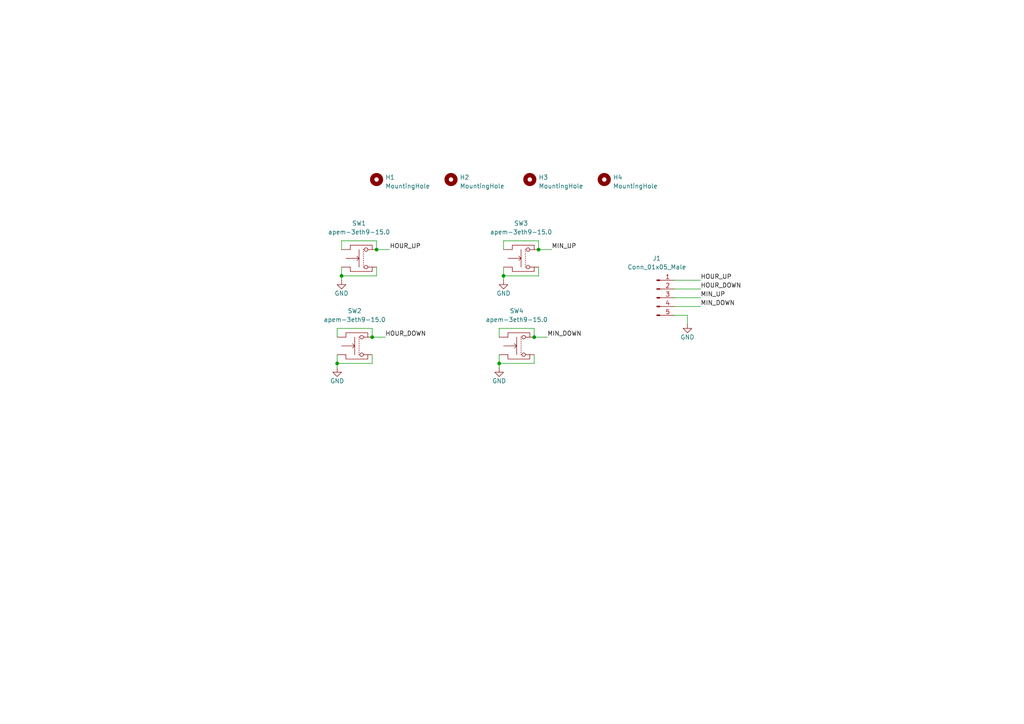
<source format=kicad_sch>
(kicad_sch (version 20220126) (generator eeschema)
  (paper "A4")
  (lib_symbols
    (symbol "Connector:Conn_01x05_Male" (pin_names (offset 1.016) hide)
      (property "Reference" "J" (at 0 7.62 0))
      (property "Value" "Conn_01x05_Male" (at 0 -7.62 0))
      (symbol "Conn_01x05_Male_1_1"
        (polyline (pts (xy 1.27 -5.08) (xy 0.8636 -5.08)) (stroke (width 0.1524)))
        (polyline (pts (xy 1.27 -2.54) (xy 0.8636 -2.54)) (stroke (width 0.1524)))
        (polyline (pts (xy 1.27 0) (xy 0.8636 0)) (stroke (width 0.1524)))
        (polyline (pts (xy 1.27 2.54) (xy 0.8636 2.54)) (stroke (width 0.1524)))
        (polyline (pts (xy 1.27 5.08) (xy 0.8636 5.08)) (stroke (width 0.1524)))
        (rectangle (start 0.8636 -4.953) (end 0 -5.207) (stroke (width 0.1524)) (fill (type outline)))
        (rectangle (start 0.8636 -2.413) (end 0 -2.667) (stroke (width 0.1524)) (fill (type outline)))
        (rectangle (start 0.8636 0.127) (end 0 -0.127) (stroke (width 0.1524)) (fill (type outline)))
        (rectangle (start 0.8636 2.667) (end 0 2.413) (stroke (width 0.1524)) (fill (type outline)))
        (rectangle (start 0.8636 5.207) (end 0 4.953) (stroke (width 0.1524)) (fill (type outline)))
        (pin passive line (at 5.08 5.08 180) (length 3.81) (name "Pin_1") (number "1"))
        (pin passive line (at 5.08 2.54 180) (length 3.81) (name "Pin_2") (number "2"))
        (pin passive line (at 5.08 0 180) (length 3.81) (name "Pin_3") (number "3"))
        (pin passive line (at 5.08 -2.54 180) (length 3.81) (name "Pin_4") (number "4"))
        (pin passive line (at 5.08 -5.08 180) (length 3.81) (name "Pin_5") (number "5"))
      )
    )
    (symbol "Mechanical:MountingHole" (pin_names (offset 1.016))
      (property "Reference" "H" (at 0 5.08 0))
      (property "Value" "MountingHole" (at 0 3.175 0))
      (symbol "MountingHole_0_1"
        (circle (center 0 0) (radius 1.27) (stroke (width 1.27)))
      )
    )
    (symbol "apem-3eth9-15.0_1" (pin_numbers hide) (pin_names (offset 1.016) hide)
      (property "Reference" "SW" (at -0.635 4.445 0))
      (property "Value" "apem-3eth9-15.0_1" (at 0 -6.985 0))
      (symbol "apem-3eth9-15.0_1_0_1"
        (polyline (pts (xy 0 -1.27) (xy -3.81 -1.27)))
        (polyline (pts (xy 0 1.27) (xy 0 -3.81)))
        (polyline (pts (xy 1.27 -3.683) (xy 1.27 -3.937)))
        (polyline (pts (xy 1.27 -3.048) (xy 1.27 -3.302)))
        (polyline (pts (xy 1.27 -2.413) (xy 1.27 -2.667)))
        (polyline (pts (xy 1.27 -1.778) (xy 1.27 -2.032)))
        (polyline (pts (xy 1.27 -1.143) (xy 1.27 -1.397)))
        (polyline (pts (xy 1.27 -0.508) (xy 1.27 -0.762)))
        (polyline (pts (xy 1.27 0.127) (xy 1.27 -0.127)))
        (polyline (pts (xy 1.27 0.762) (xy 1.27 0.508)))
        (polyline (pts (xy 1.27 1.397) (xy 1.27 1.143)))
        (polyline (pts (xy -0.635 -0.635) (xy 0 -1.27) (xy -0.635 -1.905)))
        (polyline (pts (xy -2.54 -3.81) (xy -2.54 -5.08) (xy 3.81 -5.08) (xy 3.81 -3.81)))
        (polyline (pts (xy -2.54 1.27) (xy -2.54 2.54) (xy 3.81 2.54) (xy 3.81 1.27)))
        (circle (center 2.032 -3.81) (radius 0.508))
        (circle (center 2.032 1.27) (radius 0.508))
        (pin passive line (at 5.08 1.27 180) (length 2.54) (name "1") (number "1"))
        (pin passive line (at -5.08 1.27 0) (length 2.54) (name "2") (number "2"))
        (pin passive line (at 5.08 -3.81 180) (length 2.54) (name "3") (number "3"))
        (pin passive line (at -5.08 -3.81 0) (length 2.54) (name "4") (number "4"))
      )
    )
    (symbol "apem-3eth9-15.0_2" (pin_numbers hide) (pin_names (offset 1.016) hide)
      (property "Reference" "SW" (at -0.635 4.445 0))
      (property "Value" "apem-3eth9-15.0_2" (at 0 -6.985 0))
      (symbol "apem-3eth9-15.0_2_0_1"
        (polyline (pts (xy 0 -1.27) (xy -3.81 -1.27)))
        (polyline (pts (xy 0 1.27) (xy 0 -3.81)))
        (polyline (pts (xy 1.27 -3.683) (xy 1.27 -3.937)))
        (polyline (pts (xy 1.27 -3.048) (xy 1.27 -3.302)))
        (polyline (pts (xy 1.27 -2.413) (xy 1.27 -2.667)))
        (polyline (pts (xy 1.27 -1.778) (xy 1.27 -2.032)))
        (polyline (pts (xy 1.27 -1.143) (xy 1.27 -1.397)))
        (polyline (pts (xy 1.27 -0.508) (xy 1.27 -0.762)))
        (polyline (pts (xy 1.27 0.127) (xy 1.27 -0.127)))
        (polyline (pts (xy 1.27 0.762) (xy 1.27 0.508)))
        (polyline (pts (xy 1.27 1.397) (xy 1.27 1.143)))
        (polyline (pts (xy -0.635 -0.635) (xy 0 -1.27) (xy -0.635 -1.905)))
        (polyline (pts (xy -2.54 -3.81) (xy -2.54 -5.08) (xy 3.81 -5.08) (xy 3.81 -3.81)))
        (polyline (pts (xy -2.54 1.27) (xy -2.54 2.54) (xy 3.81 2.54) (xy 3.81 1.27)))
        (circle (center 2.032 -3.81) (radius 0.508))
        (circle (center 2.032 1.27) (radius 0.508))
        (pin passive line (at 5.08 1.27 180) (length 2.54) (name "1") (number "1"))
        (pin passive line (at -5.08 1.27 0) (length 2.54) (name "2") (number "2"))
        (pin passive line (at 5.08 -3.81 180) (length 2.54) (name "3") (number "3"))
        (pin passive line (at -5.08 -3.81 0) (length 2.54) (name "4") (number "4"))
      )
    )
    (symbol "apem-3eth9-15.0_3" (pin_numbers hide) (pin_names (offset 1.016) hide)
      (property "Reference" "SW" (at -0.635 4.445 0))
      (property "Value" "apem-3eth9-15.0_3" (at 0 -6.985 0))
      (symbol "apem-3eth9-15.0_3_0_1"
        (polyline (pts (xy 0 -1.27) (xy -3.81 -1.27)))
        (polyline (pts (xy 0 1.27) (xy 0 -3.81)))
        (polyline (pts (xy 1.27 -3.683) (xy 1.27 -3.937)))
        (polyline (pts (xy 1.27 -3.048) (xy 1.27 -3.302)))
        (polyline (pts (xy 1.27 -2.413) (xy 1.27 -2.667)))
        (polyline (pts (xy 1.27 -1.778) (xy 1.27 -2.032)))
        (polyline (pts (xy 1.27 -1.143) (xy 1.27 -1.397)))
        (polyline (pts (xy 1.27 -0.508) (xy 1.27 -0.762)))
        (polyline (pts (xy 1.27 0.127) (xy 1.27 -0.127)))
        (polyline (pts (xy 1.27 0.762) (xy 1.27 0.508)))
        (polyline (pts (xy 1.27 1.397) (xy 1.27 1.143)))
        (polyline (pts (xy -0.635 -0.635) (xy 0 -1.27) (xy -0.635 -1.905)))
        (polyline (pts (xy -2.54 -3.81) (xy -2.54 -5.08) (xy 3.81 -5.08) (xy 3.81 -3.81)))
        (polyline (pts (xy -2.54 1.27) (xy -2.54 2.54) (xy 3.81 2.54) (xy 3.81 1.27)))
        (circle (center 2.032 -3.81) (radius 0.508))
        (circle (center 2.032 1.27) (radius 0.508))
        (pin passive line (at 5.08 1.27 180) (length 2.54) (name "1") (number "1"))
        (pin passive line (at -5.08 1.27 0) (length 2.54) (name "2") (number "2"))
        (pin passive line (at 5.08 -3.81 180) (length 2.54) (name "3") (number "3"))
        (pin passive line (at -5.08 -3.81 0) (length 2.54) (name "4") (number "4"))
      )
    )
    (symbol "mio:apem-3eth9-15.0" (pin_numbers hide) (pin_names (offset 1.016) hide)
      (property "Reference" "SW" (at -0.635 4.445 0))
      (property "Value" "apem-3eth9-15.0" (at 0 -6.985 0))
      (symbol "apem-3eth9-15.0_0_1"
        (polyline (pts (xy 0 -1.27) (xy -3.81 -1.27)))
        (polyline (pts (xy 0 1.27) (xy 0 -3.81)))
        (polyline (pts (xy 1.27 -3.683) (xy 1.27 -3.937)))
        (polyline (pts (xy 1.27 -3.048) (xy 1.27 -3.302)))
        (polyline (pts (xy 1.27 -2.413) (xy 1.27 -2.667)))
        (polyline (pts (xy 1.27 -1.778) (xy 1.27 -2.032)))
        (polyline (pts (xy 1.27 -1.143) (xy 1.27 -1.397)))
        (polyline (pts (xy 1.27 -0.508) (xy 1.27 -0.762)))
        (polyline (pts (xy 1.27 0.127) (xy 1.27 -0.127)))
        (polyline (pts (xy 1.27 0.762) (xy 1.27 0.508)))
        (polyline (pts (xy 1.27 1.397) (xy 1.27 1.143)))
        (polyline (pts (xy -0.635 -0.635) (xy 0 -1.27) (xy -0.635 -1.905)))
        (polyline (pts (xy -2.54 -3.81) (xy -2.54 -5.08) (xy 3.81 -5.08) (xy 3.81 -3.81)))
        (polyline (pts (xy -2.54 1.27) (xy -2.54 2.54) (xy 3.81 2.54) (xy 3.81 1.27)))
        (circle (center 2.032 -3.81) (radius 0.508))
        (circle (center 2.032 1.27) (radius 0.508))
        (pin passive line (at 5.08 1.27 180) (length 2.54) (name "1") (number "1"))
        (pin passive line (at -5.08 1.27 0) (length 2.54) (name "2") (number "2"))
        (pin passive line (at 5.08 -3.81 180) (length 2.54) (name "3") (number "3"))
        (pin passive line (at -5.08 -3.81 0) (length 2.54) (name "4") (number "4"))
      )
    )
    (symbol "power:GND" (power) (pin_names (offset 0))
      (property "Value" "GND" (at 0 -3.81 0))
      (symbol "GND_0_1"
        (polyline (pts (xy 0 0) (xy 0 -1.27) (xy 1.27 -1.27) (xy 0 -2.54) (xy -1.27 -1.27) (xy 0 -1.27)))
      )
      (symbol "GND_1_1"
        (pin power_in line (at 0 0 270) (length 0) hide (name "GND") (number "1"))
      )
    )
  )
  (junction (at 109.22 72.39))
  (junction (at 144.78 105.41))
  (junction (at 107.95 97.79))
  (junction (at 99.06 80.01))
  (junction (at 156.21 72.39))
  (junction (at 146.05 80.01))
  (junction (at 97.79 105.41))
  (junction (at 154.94 97.79))
  (wire (pts (xy 97.79 105.41) (xy 97.79 106.68)))
  (wire (pts (xy 107.95 95.25) (xy 107.95 97.79)))
  (wire (pts (xy 146.05 80.01) (xy 156.21 80.01)))
  (wire (pts (xy 99.06 80.01) (xy 109.22 80.01)))
  (wire (pts (xy 156.21 80.01) (xy 156.21 77.47)))
  (wire (pts (xy 195.58 91.44) (xy 199.39 91.44)))
  (wire (pts (xy 146.05 72.39) (xy 146.05 69.85)))
  (wire (pts (xy 99.06 69.85) (xy 109.22 69.85)))
  (wire (pts (xy 146.05 77.47) (xy 146.05 80.01)))
  (wire (pts (xy 144.78 97.79) (xy 144.78 95.25)))
  (wire (pts (xy 99.06 77.47) (xy 99.06 80.01)))
  (wire (pts (xy 97.79 95.25) (xy 107.95 95.25)))
  (wire (pts (xy 97.79 97.79) (xy 97.79 95.25)))
  (wire (pts (xy 144.78 105.41) (xy 154.94 105.41)))
  (wire (pts (xy 156.21 69.85) (xy 156.21 72.39)))
  (wire (pts (xy 195.58 86.36) (xy 203.2 86.36)))
  (wire (pts (xy 97.79 102.87) (xy 97.79 105.41)))
  (wire (pts (xy 195.58 81.28) (xy 203.2 81.28)))
  (wire (pts (xy 99.06 72.39) (xy 99.06 69.85)))
  (wire (pts (xy 156.21 72.39) (xy 160.02 72.39)))
  (wire (pts (xy 154.94 97.79) (xy 158.75 97.79)))
  (wire (pts (xy 144.78 102.87) (xy 144.78 105.41)))
  (wire (pts (xy 146.05 80.01) (xy 146.05 81.28)))
  (wire (pts (xy 199.39 91.44) (xy 199.39 93.98)))
  (wire (pts (xy 144.78 105.41) (xy 144.78 106.68)))
  (wire (pts (xy 107.95 97.79) (xy 111.76 97.79)))
  (wire (pts (xy 109.22 80.01) (xy 109.22 77.47)))
  (wire (pts (xy 97.79 105.41) (xy 107.95 105.41)))
  (wire (pts (xy 154.94 95.25) (xy 154.94 97.79)))
  (wire (pts (xy 109.22 72.39) (xy 113.03 72.39)))
  (wire (pts (xy 146.05 69.85) (xy 156.21 69.85)))
  (wire (pts (xy 195.58 83.82) (xy 203.2 83.82)))
  (wire (pts (xy 154.94 105.41) (xy 154.94 102.87)))
  (wire (pts (xy 99.06 80.01) (xy 99.06 81.28)))
  (wire (pts (xy 109.22 69.85) (xy 109.22 72.39)))
  (wire (pts (xy 107.95 105.41) (xy 107.95 102.87)))
  (wire (pts (xy 144.78 95.25) (xy 154.94 95.25)))
  (wire (pts (xy 195.58 88.9) (xy 203.2 88.9)))
  (label "MIN_DOWN" (at 203.2 88.9 0))
  (label "HOUR_DOWN" (at 203.2 83.82 0))
  (label "MIN_UP" (at 203.2 86.36 0))
  (label "MIN_DOWN" (at 158.75 97.79 0))
  (label "MIN_UP" (at 160.02 72.39 0))
  (label "HOUR_UP" (at 203.2 81.28 0))
  (label "HOUR_UP" (at 113.03 72.39 0))
  (label "HOUR_DOWN" (at 111.76 97.79 0))
  (symbol (lib_name "apem-3eth9-15.0_3") (lib_id "mio:apem-3eth9-15.0") (at 149.86 99.06 0) (unit 1)
    (property "Reference" "SW4" (at 149.86 90.17 0))
    (property "Value" "apem-3eth9-15.0" (at 149.86 92.71 0))
    (property "Footprint" "mio:3ETH9-15.0" (effects hide))
  )
  (symbol (lib_id "Mechanical:MountingHole") (at 109.22 52.07 0) (unit 1)
    (property "Reference" "H1" (at 111.76 51.435 0) (effects (justify left)))
    (property "Value" "MountingHole" (at 111.76 53.975 0) (effects (justify left)))
    (property "Footprint" "mio:MountingHole_3.2mm_M3" (effects hide))
  )
  (symbol (lib_name "apem-3eth9-15.0_2") (lib_id "mio:apem-3eth9-15.0") (at 102.87 99.06 0) (unit 1)
    (property "Reference" "SW2" (at 102.87 90.17 0))
    (property "Value" "apem-3eth9-15.0" (at 102.87 92.71 0))
    (property "Footprint" "mio:3ETH9-15.0" (effects hide))
  )
  (symbol (lib_id "Mechanical:MountingHole") (at 153.67 52.07 0) (unit 1)
    (property "Reference" "H3" (at 156.21 51.435 0) (effects (justify left)))
    (property "Value" "MountingHole" (at 156.21 53.975 0) (effects (justify left)))
    (property "Footprint" "mio:MountingHole_3.2mm_M3" (effects hide))
  )
  (symbol (lib_id "power:GND") (at 144.78 106.68 0) (unit 1)
    (property "Reference" "#PWR?" (effects hide))
    (property "Value" "GND" (at 144.78 110.49 0))
  )
  (symbol (lib_id "Mechanical:MountingHole") (at 130.81 52.07 0) (unit 1)
    (property "Reference" "H2" (at 133.35 51.435 0) (effects (justify left)))
    (property "Value" "MountingHole" (at 133.35 53.975 0) (effects (justify left)))
    (property "Footprint" "mio:MountingHole_3.2mm_M3" (effects hide))
  )
  (symbol (lib_name "apem-3eth9-15.0_1") (lib_id "mio:apem-3eth9-15.0") (at 104.14 73.66 0) (unit 1)
    (property "Reference" "SW1" (at 104.14 64.77 0))
    (property "Value" "apem-3eth9-15.0" (at 104.14 67.31 0))
    (property "Footprint" "mio:3ETH9-15.0" (effects hide))
  )
  (symbol (lib_id "mio:apem-3eth9-15.0") (at 151.13 73.66 0) (unit 1)
    (property "Reference" "SW3" (at 151.13 64.77 0))
    (property "Value" "apem-3eth9-15.0" (at 151.13 67.31 0))
    (property "Footprint" "mio:3ETH9-15.0" (effects hide))
  )
  (symbol (lib_id "power:GND") (at 97.79 106.68 0) (unit 1)
    (property "Reference" "#PWR?" (effects hide))
    (property "Value" "GND" (at 97.79 110.49 0))
  )
  (symbol (lib_id "Connector:Conn_01x05_Male") (at 190.5 86.36 0) (unit 1)
    (property "Reference" "J1" (at 190.5 74.93 0))
    (property "Value" "Conn_01x05_Male" (at 190.5 77.47 0))
    (property "Footprint" "Connector_Molex:Molex_Nano-Fit_105309-xx05_1x05_P2.50mm_Vertical" (effects hide))
  )
  (symbol (lib_id "power:GND") (at 199.39 93.98 0) (unit 1)
    (property "Reference" "#PWR0101" (effects hide))
    (property "Value" "GND" (at 199.39 97.79 0))
  )
  (symbol (lib_id "power:GND") (at 99.06 81.28 0) (unit 1)
    (property "Reference" "#PWR0102" (effects hide))
    (property "Value" "GND" (at 99.06 85.09 0))
  )
  (symbol (lib_id "Mechanical:MountingHole") (at 175.26 52.07 0) (unit 1)
    (property "Reference" "H4" (at 177.8 51.435 0) (effects (justify left)))
    (property "Value" "MountingHole" (at 177.8 53.975 0) (effects (justify left)))
    (property "Footprint" "mio:MountingHole_3.2mm_M3" (effects hide))
  )
  (symbol (lib_id "power:GND") (at 146.05 81.28 0) (unit 1)
    (property "Reference" "#PWR?" (effects hide))
    (property "Value" "GND" (at 146.05 85.09 0))
  )
)
</source>
